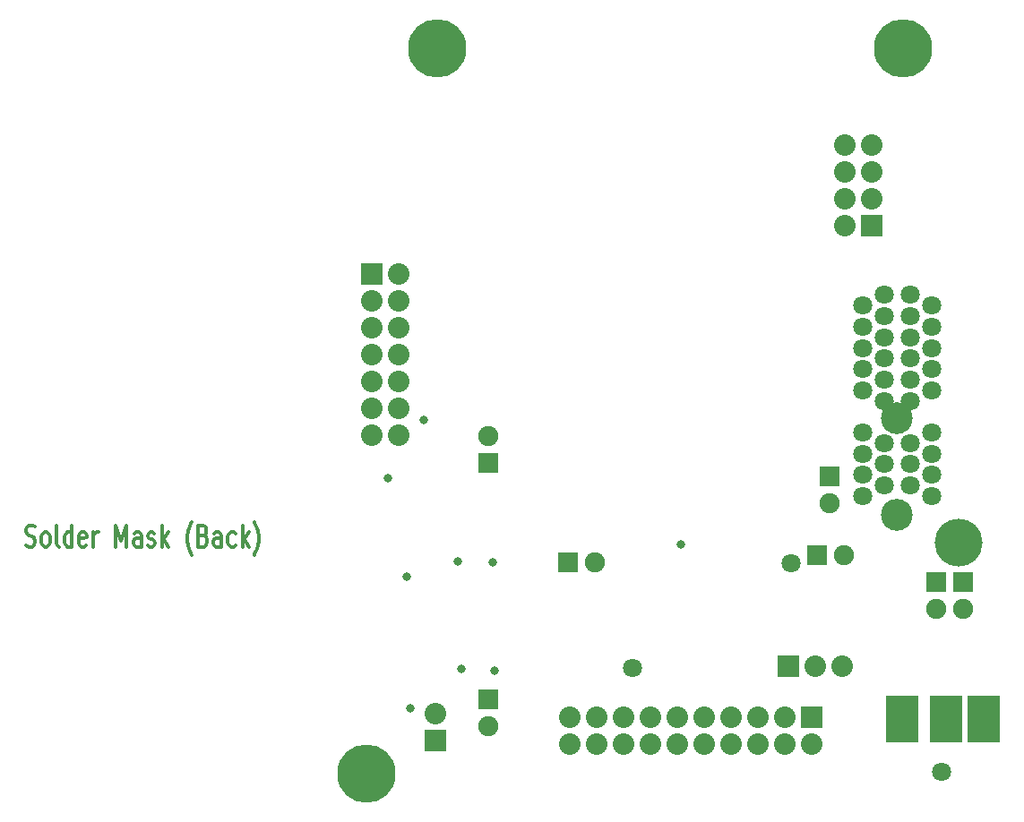
<source format=gbs>
G04 (created by PCBNEW-RS274X (2012-01-19 BZR 3256)-stable) date Mon 15 Oct 2012 17:25:38 BST*
G01*
G70*
G90*
%MOIN*%
G04 Gerber Fmt 3.4, Leading zero omitted, Abs format*
%FSLAX34Y34*%
G04 APERTURE LIST*
%ADD10C,0.006000*%
%ADD11C,0.012000*%
%ADD12R,0.080000X0.080000*%
%ADD13C,0.080000*%
%ADD14C,0.177500*%
%ADD15C,0.071200*%
%ADD16C,0.118400*%
%ADD17C,0.031600*%
%ADD18C,0.070900*%
%ADD19R,0.075000X0.075000*%
%ADD20C,0.075000*%
%ADD21R,0.118400X0.177500*%
%ADD22C,0.216900*%
G04 APERTURE END LIST*
G54D10*
G54D11*
X07114Y-39203D02*
X07200Y-39241D01*
X07343Y-39241D01*
X07400Y-39203D01*
X07429Y-39165D01*
X07457Y-39088D01*
X07457Y-39012D01*
X07429Y-38936D01*
X07400Y-38898D01*
X07343Y-38860D01*
X07229Y-38822D01*
X07171Y-38784D01*
X07143Y-38746D01*
X07114Y-38669D01*
X07114Y-38593D01*
X07143Y-38517D01*
X07171Y-38479D01*
X07229Y-38441D01*
X07371Y-38441D01*
X07457Y-38479D01*
X07800Y-39241D02*
X07742Y-39203D01*
X07714Y-39165D01*
X07685Y-39088D01*
X07685Y-38860D01*
X07714Y-38784D01*
X07742Y-38746D01*
X07800Y-38707D01*
X07885Y-38707D01*
X07942Y-38746D01*
X07971Y-38784D01*
X08000Y-38860D01*
X08000Y-39088D01*
X07971Y-39165D01*
X07942Y-39203D01*
X07885Y-39241D01*
X07800Y-39241D01*
X08343Y-39241D02*
X08285Y-39203D01*
X08257Y-39127D01*
X08257Y-38441D01*
X08828Y-39241D02*
X08828Y-38441D01*
X08828Y-39203D02*
X08771Y-39241D01*
X08657Y-39241D01*
X08599Y-39203D01*
X08571Y-39165D01*
X08542Y-39088D01*
X08542Y-38860D01*
X08571Y-38784D01*
X08599Y-38746D01*
X08657Y-38707D01*
X08771Y-38707D01*
X08828Y-38746D01*
X09342Y-39203D02*
X09285Y-39241D01*
X09171Y-39241D01*
X09114Y-39203D01*
X09085Y-39127D01*
X09085Y-38822D01*
X09114Y-38746D01*
X09171Y-38707D01*
X09285Y-38707D01*
X09342Y-38746D01*
X09371Y-38822D01*
X09371Y-38898D01*
X09085Y-38974D01*
X09628Y-39241D02*
X09628Y-38707D01*
X09628Y-38860D02*
X09656Y-38784D01*
X09685Y-38746D01*
X09742Y-38707D01*
X09799Y-38707D01*
X10456Y-39241D02*
X10456Y-38441D01*
X10656Y-39012D01*
X10856Y-38441D01*
X10856Y-39241D01*
X11399Y-39241D02*
X11399Y-38822D01*
X11370Y-38746D01*
X11313Y-38707D01*
X11199Y-38707D01*
X11142Y-38746D01*
X11399Y-39203D02*
X11342Y-39241D01*
X11199Y-39241D01*
X11142Y-39203D01*
X11113Y-39127D01*
X11113Y-39050D01*
X11142Y-38974D01*
X11199Y-38936D01*
X11342Y-38936D01*
X11399Y-38898D01*
X11656Y-39203D02*
X11713Y-39241D01*
X11828Y-39241D01*
X11885Y-39203D01*
X11913Y-39127D01*
X11913Y-39088D01*
X11885Y-39012D01*
X11828Y-38974D01*
X11742Y-38974D01*
X11685Y-38936D01*
X11656Y-38860D01*
X11656Y-38822D01*
X11685Y-38746D01*
X11742Y-38707D01*
X11828Y-38707D01*
X11885Y-38746D01*
X12171Y-39241D02*
X12171Y-38441D01*
X12228Y-38936D02*
X12399Y-39241D01*
X12399Y-38707D02*
X12171Y-39012D01*
X13285Y-39546D02*
X13257Y-39507D01*
X13200Y-39393D01*
X13171Y-39317D01*
X13142Y-39203D01*
X13114Y-39012D01*
X13114Y-38860D01*
X13142Y-38669D01*
X13171Y-38555D01*
X13200Y-38479D01*
X13257Y-38365D01*
X13285Y-38327D01*
X13714Y-38822D02*
X13800Y-38860D01*
X13828Y-38898D01*
X13857Y-38974D01*
X13857Y-39088D01*
X13828Y-39165D01*
X13800Y-39203D01*
X13742Y-39241D01*
X13514Y-39241D01*
X13514Y-38441D01*
X13714Y-38441D01*
X13771Y-38479D01*
X13800Y-38517D01*
X13828Y-38593D01*
X13828Y-38669D01*
X13800Y-38746D01*
X13771Y-38784D01*
X13714Y-38822D01*
X13514Y-38822D01*
X14371Y-39241D02*
X14371Y-38822D01*
X14342Y-38746D01*
X14285Y-38707D01*
X14171Y-38707D01*
X14114Y-38746D01*
X14371Y-39203D02*
X14314Y-39241D01*
X14171Y-39241D01*
X14114Y-39203D01*
X14085Y-39127D01*
X14085Y-39050D01*
X14114Y-38974D01*
X14171Y-38936D01*
X14314Y-38936D01*
X14371Y-38898D01*
X14914Y-39203D02*
X14857Y-39241D01*
X14743Y-39241D01*
X14685Y-39203D01*
X14657Y-39165D01*
X14628Y-39088D01*
X14628Y-38860D01*
X14657Y-38784D01*
X14685Y-38746D01*
X14743Y-38707D01*
X14857Y-38707D01*
X14914Y-38746D01*
X15171Y-39241D02*
X15171Y-38441D01*
X15228Y-38936D02*
X15399Y-39241D01*
X15399Y-38707D02*
X15171Y-39012D01*
X15600Y-39546D02*
X15628Y-39507D01*
X15685Y-39393D01*
X15714Y-39317D01*
X15743Y-39203D01*
X15771Y-39012D01*
X15771Y-38860D01*
X15743Y-38669D01*
X15714Y-38555D01*
X15685Y-38479D01*
X15628Y-38365D01*
X15600Y-38327D01*
G54D12*
X19976Y-29083D03*
G54D13*
X20976Y-29083D03*
X19976Y-30083D03*
X20976Y-30083D03*
X19976Y-31083D03*
X20976Y-31083D03*
X19976Y-32083D03*
X20976Y-32083D03*
X19976Y-33083D03*
X20976Y-33083D03*
X19976Y-34083D03*
X20976Y-34083D03*
X19976Y-35083D03*
X20976Y-35083D03*
G54D14*
X41811Y-39094D03*
G54D15*
X40807Y-33416D03*
X40020Y-33022D03*
X40807Y-32628D03*
X40020Y-32235D03*
X40807Y-31841D03*
X40020Y-31447D03*
X40807Y-31054D03*
X40020Y-30660D03*
X40807Y-30266D03*
X40020Y-29872D03*
X40020Y-33810D03*
G54D16*
X39528Y-34459D03*
G54D15*
X40808Y-34991D03*
X40020Y-35385D03*
X40808Y-35778D03*
X40020Y-36172D03*
X40808Y-36566D03*
X40020Y-36959D03*
X40808Y-37353D03*
X39036Y-29873D03*
X38249Y-30266D03*
X39036Y-30660D03*
X38249Y-31054D03*
X39036Y-31447D03*
X38249Y-31841D03*
X39036Y-32235D03*
X38249Y-32629D03*
X39036Y-33022D03*
X38249Y-33416D03*
X39036Y-33810D03*
X38249Y-34991D03*
X39036Y-35385D03*
X38249Y-35778D03*
X39036Y-36172D03*
X38249Y-36566D03*
X39036Y-36959D03*
X38249Y-37353D03*
G54D16*
X39528Y-38062D03*
G54D17*
X21929Y-34516D03*
G54D18*
X29685Y-43750D03*
X35591Y-39843D03*
G54D19*
X40994Y-40573D03*
G54D20*
X40994Y-41573D03*
G54D17*
X31496Y-39173D03*
X20571Y-36683D03*
X23327Y-43789D03*
X24547Y-43848D03*
X21427Y-45266D03*
X23189Y-39793D03*
X24478Y-39823D03*
X21270Y-40344D03*
G54D12*
X36346Y-45577D03*
G54D13*
X36346Y-46577D03*
X35346Y-45577D03*
X35346Y-46577D03*
X34346Y-45577D03*
X34346Y-46577D03*
X33346Y-45577D03*
X33346Y-46577D03*
X32346Y-45577D03*
X32346Y-46577D03*
X31346Y-45577D03*
X31346Y-46577D03*
X30346Y-45577D03*
X30346Y-46577D03*
X29346Y-45577D03*
X29346Y-46577D03*
X28346Y-45577D03*
X28346Y-46577D03*
X27346Y-45577D03*
X27346Y-46577D03*
G54D12*
X22343Y-46445D03*
G54D13*
X22343Y-45445D03*
G54D21*
X39720Y-45642D03*
X41334Y-45642D03*
X42751Y-45642D03*
G54D15*
X41196Y-47611D03*
G54D19*
X37008Y-36616D03*
G54D20*
X37008Y-37616D03*
G54D19*
X41988Y-40573D03*
G54D20*
X41988Y-41573D03*
G54D12*
X38594Y-27280D03*
G54D13*
X37594Y-27280D03*
X38594Y-26280D03*
X37594Y-26280D03*
X38594Y-25280D03*
X37594Y-25280D03*
X38594Y-24280D03*
X37594Y-24280D03*
G54D12*
X35486Y-43681D03*
G54D13*
X36486Y-43681D03*
X37486Y-43681D03*
G54D19*
X24311Y-44923D03*
G54D20*
X24311Y-45923D03*
G54D19*
X27266Y-39823D03*
G54D20*
X28266Y-39823D03*
G54D22*
X22417Y-20685D03*
X39752Y-20685D03*
X19776Y-47677D03*
G54D19*
X36557Y-39547D03*
G54D20*
X37557Y-39547D03*
G54D19*
X24301Y-36110D03*
G54D20*
X24301Y-35110D03*
M02*

</source>
